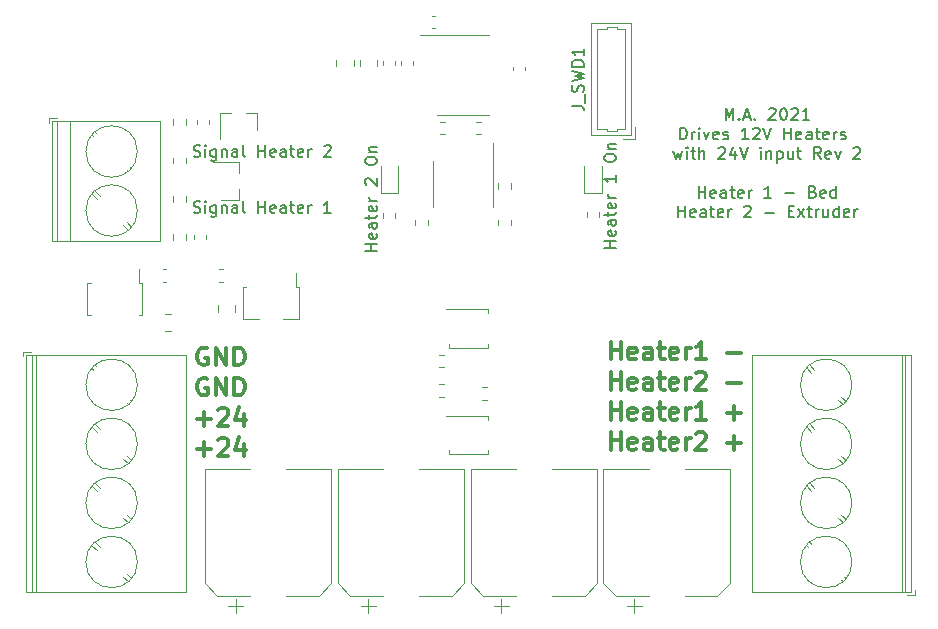
<source format=gbr>
%TF.GenerationSoftware,KiCad,Pcbnew,5.1.10-88a1d61d58~88~ubuntu20.04.1*%
%TF.CreationDate,2021-05-12T17:30:15+02:00*%
%TF.ProjectId,halfVoltageMosfetBoard,68616c66-566f-46c7-9461-67654d6f7366,rev?*%
%TF.SameCoordinates,Original*%
%TF.FileFunction,Legend,Top*%
%TF.FilePolarity,Positive*%
%FSLAX46Y46*%
G04 Gerber Fmt 4.6, Leading zero omitted, Abs format (unit mm)*
G04 Created by KiCad (PCBNEW 5.1.10-88a1d61d58~88~ubuntu20.04.1) date 2021-05-12 17:30:15*
%MOMM*%
%LPD*%
G01*
G04 APERTURE LIST*
%ADD10C,0.150000*%
%ADD11C,0.300000*%
%ADD12C,0.120000*%
G04 APERTURE END LIST*
D10*
X187226190Y-94577380D02*
X187226190Y-93577380D01*
X187559523Y-94291666D01*
X187892857Y-93577380D01*
X187892857Y-94577380D01*
X188369047Y-94482142D02*
X188416666Y-94529761D01*
X188369047Y-94577380D01*
X188321428Y-94529761D01*
X188369047Y-94482142D01*
X188369047Y-94577380D01*
X188797619Y-94291666D02*
X189273809Y-94291666D01*
X188702380Y-94577380D02*
X189035714Y-93577380D01*
X189369047Y-94577380D01*
X189702380Y-94482142D02*
X189750000Y-94529761D01*
X189702380Y-94577380D01*
X189654761Y-94529761D01*
X189702380Y-94482142D01*
X189702380Y-94577380D01*
X190892857Y-93672619D02*
X190940476Y-93625000D01*
X191035714Y-93577380D01*
X191273809Y-93577380D01*
X191369047Y-93625000D01*
X191416666Y-93672619D01*
X191464285Y-93767857D01*
X191464285Y-93863095D01*
X191416666Y-94005952D01*
X190845238Y-94577380D01*
X191464285Y-94577380D01*
X192083333Y-93577380D02*
X192178571Y-93577380D01*
X192273809Y-93625000D01*
X192321428Y-93672619D01*
X192369047Y-93767857D01*
X192416666Y-93958333D01*
X192416666Y-94196428D01*
X192369047Y-94386904D01*
X192321428Y-94482142D01*
X192273809Y-94529761D01*
X192178571Y-94577380D01*
X192083333Y-94577380D01*
X191988095Y-94529761D01*
X191940476Y-94482142D01*
X191892857Y-94386904D01*
X191845238Y-94196428D01*
X191845238Y-93958333D01*
X191892857Y-93767857D01*
X191940476Y-93672619D01*
X191988095Y-93625000D01*
X192083333Y-93577380D01*
X192797619Y-93672619D02*
X192845238Y-93625000D01*
X192940476Y-93577380D01*
X193178571Y-93577380D01*
X193273809Y-93625000D01*
X193321428Y-93672619D01*
X193369047Y-93767857D01*
X193369047Y-93863095D01*
X193321428Y-94005952D01*
X192750000Y-94577380D01*
X193369047Y-94577380D01*
X194321428Y-94577380D02*
X193750000Y-94577380D01*
X194035714Y-94577380D02*
X194035714Y-93577380D01*
X193940476Y-93720238D01*
X193845238Y-93815476D01*
X193750000Y-93863095D01*
X183369047Y-96227380D02*
X183369047Y-95227380D01*
X183607142Y-95227380D01*
X183750000Y-95275000D01*
X183845238Y-95370238D01*
X183892857Y-95465476D01*
X183940476Y-95655952D01*
X183940476Y-95798809D01*
X183892857Y-95989285D01*
X183845238Y-96084523D01*
X183750000Y-96179761D01*
X183607142Y-96227380D01*
X183369047Y-96227380D01*
X184369047Y-96227380D02*
X184369047Y-95560714D01*
X184369047Y-95751190D02*
X184416666Y-95655952D01*
X184464285Y-95608333D01*
X184559523Y-95560714D01*
X184654761Y-95560714D01*
X184988095Y-96227380D02*
X184988095Y-95560714D01*
X184988095Y-95227380D02*
X184940476Y-95275000D01*
X184988095Y-95322619D01*
X185035714Y-95275000D01*
X184988095Y-95227380D01*
X184988095Y-95322619D01*
X185369047Y-95560714D02*
X185607142Y-96227380D01*
X185845238Y-95560714D01*
X186607142Y-96179761D02*
X186511904Y-96227380D01*
X186321428Y-96227380D01*
X186226190Y-96179761D01*
X186178571Y-96084523D01*
X186178571Y-95703571D01*
X186226190Y-95608333D01*
X186321428Y-95560714D01*
X186511904Y-95560714D01*
X186607142Y-95608333D01*
X186654761Y-95703571D01*
X186654761Y-95798809D01*
X186178571Y-95894047D01*
X187035714Y-96179761D02*
X187130952Y-96227380D01*
X187321428Y-96227380D01*
X187416666Y-96179761D01*
X187464285Y-96084523D01*
X187464285Y-96036904D01*
X187416666Y-95941666D01*
X187321428Y-95894047D01*
X187178571Y-95894047D01*
X187083333Y-95846428D01*
X187035714Y-95751190D01*
X187035714Y-95703571D01*
X187083333Y-95608333D01*
X187178571Y-95560714D01*
X187321428Y-95560714D01*
X187416666Y-95608333D01*
X189178571Y-96227380D02*
X188607142Y-96227380D01*
X188892857Y-96227380D02*
X188892857Y-95227380D01*
X188797619Y-95370238D01*
X188702380Y-95465476D01*
X188607142Y-95513095D01*
X189559523Y-95322619D02*
X189607142Y-95275000D01*
X189702380Y-95227380D01*
X189940476Y-95227380D01*
X190035714Y-95275000D01*
X190083333Y-95322619D01*
X190130952Y-95417857D01*
X190130952Y-95513095D01*
X190083333Y-95655952D01*
X189511904Y-96227380D01*
X190130952Y-96227380D01*
X190416666Y-95227380D02*
X190750000Y-96227380D01*
X191083333Y-95227380D01*
X192178571Y-96227380D02*
X192178571Y-95227380D01*
X192178571Y-95703571D02*
X192750000Y-95703571D01*
X192750000Y-96227380D02*
X192750000Y-95227380D01*
X193607142Y-96179761D02*
X193511904Y-96227380D01*
X193321428Y-96227380D01*
X193226190Y-96179761D01*
X193178571Y-96084523D01*
X193178571Y-95703571D01*
X193226190Y-95608333D01*
X193321428Y-95560714D01*
X193511904Y-95560714D01*
X193607142Y-95608333D01*
X193654761Y-95703571D01*
X193654761Y-95798809D01*
X193178571Y-95894047D01*
X194511904Y-96227380D02*
X194511904Y-95703571D01*
X194464285Y-95608333D01*
X194369047Y-95560714D01*
X194178571Y-95560714D01*
X194083333Y-95608333D01*
X194511904Y-96179761D02*
X194416666Y-96227380D01*
X194178571Y-96227380D01*
X194083333Y-96179761D01*
X194035714Y-96084523D01*
X194035714Y-95989285D01*
X194083333Y-95894047D01*
X194178571Y-95846428D01*
X194416666Y-95846428D01*
X194511904Y-95798809D01*
X194845238Y-95560714D02*
X195226190Y-95560714D01*
X194988095Y-95227380D02*
X194988095Y-96084523D01*
X195035714Y-96179761D01*
X195130952Y-96227380D01*
X195226190Y-96227380D01*
X195940476Y-96179761D02*
X195845238Y-96227380D01*
X195654761Y-96227380D01*
X195559523Y-96179761D01*
X195511904Y-96084523D01*
X195511904Y-95703571D01*
X195559523Y-95608333D01*
X195654761Y-95560714D01*
X195845238Y-95560714D01*
X195940476Y-95608333D01*
X195988095Y-95703571D01*
X195988095Y-95798809D01*
X195511904Y-95894047D01*
X196416666Y-96227380D02*
X196416666Y-95560714D01*
X196416666Y-95751190D02*
X196464285Y-95655952D01*
X196511904Y-95608333D01*
X196607142Y-95560714D01*
X196702380Y-95560714D01*
X196988095Y-96179761D02*
X197083333Y-96227380D01*
X197273809Y-96227380D01*
X197369047Y-96179761D01*
X197416666Y-96084523D01*
X197416666Y-96036904D01*
X197369047Y-95941666D01*
X197273809Y-95894047D01*
X197130952Y-95894047D01*
X197035714Y-95846428D01*
X196988095Y-95751190D01*
X196988095Y-95703571D01*
X197035714Y-95608333D01*
X197130952Y-95560714D01*
X197273809Y-95560714D01*
X197369047Y-95608333D01*
X182821428Y-97210714D02*
X183011904Y-97877380D01*
X183202380Y-97401190D01*
X183392857Y-97877380D01*
X183583333Y-97210714D01*
X183964285Y-97877380D02*
X183964285Y-97210714D01*
X183964285Y-96877380D02*
X183916666Y-96925000D01*
X183964285Y-96972619D01*
X184011904Y-96925000D01*
X183964285Y-96877380D01*
X183964285Y-96972619D01*
X184297619Y-97210714D02*
X184678571Y-97210714D01*
X184440476Y-96877380D02*
X184440476Y-97734523D01*
X184488095Y-97829761D01*
X184583333Y-97877380D01*
X184678571Y-97877380D01*
X185011904Y-97877380D02*
X185011904Y-96877380D01*
X185440476Y-97877380D02*
X185440476Y-97353571D01*
X185392857Y-97258333D01*
X185297619Y-97210714D01*
X185154761Y-97210714D01*
X185059523Y-97258333D01*
X185011904Y-97305952D01*
X186630952Y-96972619D02*
X186678571Y-96925000D01*
X186773809Y-96877380D01*
X187011904Y-96877380D01*
X187107142Y-96925000D01*
X187154761Y-96972619D01*
X187202380Y-97067857D01*
X187202380Y-97163095D01*
X187154761Y-97305952D01*
X186583333Y-97877380D01*
X187202380Y-97877380D01*
X188059523Y-97210714D02*
X188059523Y-97877380D01*
X187821428Y-96829761D02*
X187583333Y-97544047D01*
X188202380Y-97544047D01*
X188440476Y-96877380D02*
X188773809Y-97877380D01*
X189107142Y-96877380D01*
X190202380Y-97877380D02*
X190202380Y-97210714D01*
X190202380Y-96877380D02*
X190154761Y-96925000D01*
X190202380Y-96972619D01*
X190250000Y-96925000D01*
X190202380Y-96877380D01*
X190202380Y-96972619D01*
X190678571Y-97210714D02*
X190678571Y-97877380D01*
X190678571Y-97305952D02*
X190726190Y-97258333D01*
X190821428Y-97210714D01*
X190964285Y-97210714D01*
X191059523Y-97258333D01*
X191107142Y-97353571D01*
X191107142Y-97877380D01*
X191583333Y-97210714D02*
X191583333Y-98210714D01*
X191583333Y-97258333D02*
X191678571Y-97210714D01*
X191869047Y-97210714D01*
X191964285Y-97258333D01*
X192011904Y-97305952D01*
X192059523Y-97401190D01*
X192059523Y-97686904D01*
X192011904Y-97782142D01*
X191964285Y-97829761D01*
X191869047Y-97877380D01*
X191678571Y-97877380D01*
X191583333Y-97829761D01*
X192916666Y-97210714D02*
X192916666Y-97877380D01*
X192488095Y-97210714D02*
X192488095Y-97734523D01*
X192535714Y-97829761D01*
X192630952Y-97877380D01*
X192773809Y-97877380D01*
X192869047Y-97829761D01*
X192916666Y-97782142D01*
X193250000Y-97210714D02*
X193630952Y-97210714D01*
X193392857Y-96877380D02*
X193392857Y-97734523D01*
X193440476Y-97829761D01*
X193535714Y-97877380D01*
X193630952Y-97877380D01*
X195297619Y-97877380D02*
X194964285Y-97401190D01*
X194726190Y-97877380D02*
X194726190Y-96877380D01*
X195107142Y-96877380D01*
X195202380Y-96925000D01*
X195250000Y-96972619D01*
X195297619Y-97067857D01*
X195297619Y-97210714D01*
X195250000Y-97305952D01*
X195202380Y-97353571D01*
X195107142Y-97401190D01*
X194726190Y-97401190D01*
X196107142Y-97829761D02*
X196011904Y-97877380D01*
X195821428Y-97877380D01*
X195726190Y-97829761D01*
X195678571Y-97734523D01*
X195678571Y-97353571D01*
X195726190Y-97258333D01*
X195821428Y-97210714D01*
X196011904Y-97210714D01*
X196107142Y-97258333D01*
X196154761Y-97353571D01*
X196154761Y-97448809D01*
X195678571Y-97544047D01*
X196488095Y-97210714D02*
X196726190Y-97877380D01*
X196964285Y-97210714D01*
X198059523Y-96972619D02*
X198107142Y-96925000D01*
X198202380Y-96877380D01*
X198440476Y-96877380D01*
X198535714Y-96925000D01*
X198583333Y-96972619D01*
X198630952Y-97067857D01*
X198630952Y-97163095D01*
X198583333Y-97305952D01*
X198011904Y-97877380D01*
X198630952Y-97877380D01*
X184940476Y-101177380D02*
X184940476Y-100177380D01*
X184940476Y-100653571D02*
X185511904Y-100653571D01*
X185511904Y-101177380D02*
X185511904Y-100177380D01*
X186369047Y-101129761D02*
X186273809Y-101177380D01*
X186083333Y-101177380D01*
X185988095Y-101129761D01*
X185940476Y-101034523D01*
X185940476Y-100653571D01*
X185988095Y-100558333D01*
X186083333Y-100510714D01*
X186273809Y-100510714D01*
X186369047Y-100558333D01*
X186416666Y-100653571D01*
X186416666Y-100748809D01*
X185940476Y-100844047D01*
X187273809Y-101177380D02*
X187273809Y-100653571D01*
X187226190Y-100558333D01*
X187130952Y-100510714D01*
X186940476Y-100510714D01*
X186845238Y-100558333D01*
X187273809Y-101129761D02*
X187178571Y-101177380D01*
X186940476Y-101177380D01*
X186845238Y-101129761D01*
X186797619Y-101034523D01*
X186797619Y-100939285D01*
X186845238Y-100844047D01*
X186940476Y-100796428D01*
X187178571Y-100796428D01*
X187273809Y-100748809D01*
X187607142Y-100510714D02*
X187988095Y-100510714D01*
X187750000Y-100177380D02*
X187750000Y-101034523D01*
X187797619Y-101129761D01*
X187892857Y-101177380D01*
X187988095Y-101177380D01*
X188702380Y-101129761D02*
X188607142Y-101177380D01*
X188416666Y-101177380D01*
X188321428Y-101129761D01*
X188273809Y-101034523D01*
X188273809Y-100653571D01*
X188321428Y-100558333D01*
X188416666Y-100510714D01*
X188607142Y-100510714D01*
X188702380Y-100558333D01*
X188750000Y-100653571D01*
X188750000Y-100748809D01*
X188273809Y-100844047D01*
X189178571Y-101177380D02*
X189178571Y-100510714D01*
X189178571Y-100701190D02*
X189226190Y-100605952D01*
X189273809Y-100558333D01*
X189369047Y-100510714D01*
X189464285Y-100510714D01*
X191083333Y-101177380D02*
X190511904Y-101177380D01*
X190797619Y-101177380D02*
X190797619Y-100177380D01*
X190702380Y-100320238D01*
X190607142Y-100415476D01*
X190511904Y-100463095D01*
X192273809Y-100796428D02*
X193035714Y-100796428D01*
X194607142Y-100653571D02*
X194750000Y-100701190D01*
X194797619Y-100748809D01*
X194845238Y-100844047D01*
X194845238Y-100986904D01*
X194797619Y-101082142D01*
X194750000Y-101129761D01*
X194654761Y-101177380D01*
X194273809Y-101177380D01*
X194273809Y-100177380D01*
X194607142Y-100177380D01*
X194702380Y-100225000D01*
X194750000Y-100272619D01*
X194797619Y-100367857D01*
X194797619Y-100463095D01*
X194750000Y-100558333D01*
X194702380Y-100605952D01*
X194607142Y-100653571D01*
X194273809Y-100653571D01*
X195654761Y-101129761D02*
X195559523Y-101177380D01*
X195369047Y-101177380D01*
X195273809Y-101129761D01*
X195226190Y-101034523D01*
X195226190Y-100653571D01*
X195273809Y-100558333D01*
X195369047Y-100510714D01*
X195559523Y-100510714D01*
X195654761Y-100558333D01*
X195702380Y-100653571D01*
X195702380Y-100748809D01*
X195226190Y-100844047D01*
X196559523Y-101177380D02*
X196559523Y-100177380D01*
X196559523Y-101129761D02*
X196464285Y-101177380D01*
X196273809Y-101177380D01*
X196178571Y-101129761D01*
X196130952Y-101082142D01*
X196083333Y-100986904D01*
X196083333Y-100701190D01*
X196130952Y-100605952D01*
X196178571Y-100558333D01*
X196273809Y-100510714D01*
X196464285Y-100510714D01*
X196559523Y-100558333D01*
X183226190Y-102827380D02*
X183226190Y-101827380D01*
X183226190Y-102303571D02*
X183797619Y-102303571D01*
X183797619Y-102827380D02*
X183797619Y-101827380D01*
X184654761Y-102779761D02*
X184559523Y-102827380D01*
X184369047Y-102827380D01*
X184273809Y-102779761D01*
X184226190Y-102684523D01*
X184226190Y-102303571D01*
X184273809Y-102208333D01*
X184369047Y-102160714D01*
X184559523Y-102160714D01*
X184654761Y-102208333D01*
X184702380Y-102303571D01*
X184702380Y-102398809D01*
X184226190Y-102494047D01*
X185559523Y-102827380D02*
X185559523Y-102303571D01*
X185511904Y-102208333D01*
X185416666Y-102160714D01*
X185226190Y-102160714D01*
X185130952Y-102208333D01*
X185559523Y-102779761D02*
X185464285Y-102827380D01*
X185226190Y-102827380D01*
X185130952Y-102779761D01*
X185083333Y-102684523D01*
X185083333Y-102589285D01*
X185130952Y-102494047D01*
X185226190Y-102446428D01*
X185464285Y-102446428D01*
X185559523Y-102398809D01*
X185892857Y-102160714D02*
X186273809Y-102160714D01*
X186035714Y-101827380D02*
X186035714Y-102684523D01*
X186083333Y-102779761D01*
X186178571Y-102827380D01*
X186273809Y-102827380D01*
X186988095Y-102779761D02*
X186892857Y-102827380D01*
X186702380Y-102827380D01*
X186607142Y-102779761D01*
X186559523Y-102684523D01*
X186559523Y-102303571D01*
X186607142Y-102208333D01*
X186702380Y-102160714D01*
X186892857Y-102160714D01*
X186988095Y-102208333D01*
X187035714Y-102303571D01*
X187035714Y-102398809D01*
X186559523Y-102494047D01*
X187464285Y-102827380D02*
X187464285Y-102160714D01*
X187464285Y-102351190D02*
X187511904Y-102255952D01*
X187559523Y-102208333D01*
X187654761Y-102160714D01*
X187749999Y-102160714D01*
X188797619Y-101922619D02*
X188845238Y-101875000D01*
X188940476Y-101827380D01*
X189178571Y-101827380D01*
X189273809Y-101875000D01*
X189321428Y-101922619D01*
X189369047Y-102017857D01*
X189369047Y-102113095D01*
X189321428Y-102255952D01*
X188750000Y-102827380D01*
X189369047Y-102827380D01*
X190559523Y-102446428D02*
X191321428Y-102446428D01*
X192559523Y-102303571D02*
X192892857Y-102303571D01*
X193035714Y-102827380D02*
X192559523Y-102827380D01*
X192559523Y-101827380D01*
X193035714Y-101827380D01*
X193369047Y-102827380D02*
X193892857Y-102160714D01*
X193369047Y-102160714D02*
X193892857Y-102827380D01*
X194130952Y-102160714D02*
X194511904Y-102160714D01*
X194273809Y-101827380D02*
X194273809Y-102684523D01*
X194321428Y-102779761D01*
X194416666Y-102827380D01*
X194511904Y-102827380D01*
X194845238Y-102827380D02*
X194845238Y-102160714D01*
X194845238Y-102351190D02*
X194892857Y-102255952D01*
X194940476Y-102208333D01*
X195035714Y-102160714D01*
X195130952Y-102160714D01*
X195892857Y-102160714D02*
X195892857Y-102827380D01*
X195464285Y-102160714D02*
X195464285Y-102684523D01*
X195511904Y-102779761D01*
X195607142Y-102827380D01*
X195750000Y-102827380D01*
X195845238Y-102779761D01*
X195892857Y-102732142D01*
X196797619Y-102827380D02*
X196797619Y-101827380D01*
X196797619Y-102779761D02*
X196702380Y-102827380D01*
X196511904Y-102827380D01*
X196416666Y-102779761D01*
X196369047Y-102732142D01*
X196321428Y-102636904D01*
X196321428Y-102351190D01*
X196369047Y-102255952D01*
X196416666Y-102208333D01*
X196511904Y-102160714D01*
X196702380Y-102160714D01*
X196797619Y-102208333D01*
X197654761Y-102779761D02*
X197559523Y-102827380D01*
X197369047Y-102827380D01*
X197273809Y-102779761D01*
X197226190Y-102684523D01*
X197226190Y-102303571D01*
X197273809Y-102208333D01*
X197369047Y-102160714D01*
X197559523Y-102160714D01*
X197654761Y-102208333D01*
X197702380Y-102303571D01*
X197702380Y-102398809D01*
X197226190Y-102494047D01*
X198130952Y-102827380D02*
X198130952Y-102160714D01*
X198130952Y-102351190D02*
X198178571Y-102255952D01*
X198226190Y-102208333D01*
X198321428Y-102160714D01*
X198416666Y-102160714D01*
X142190476Y-102404761D02*
X142333333Y-102452380D01*
X142571428Y-102452380D01*
X142666666Y-102404761D01*
X142714285Y-102357142D01*
X142761904Y-102261904D01*
X142761904Y-102166666D01*
X142714285Y-102071428D01*
X142666666Y-102023809D01*
X142571428Y-101976190D01*
X142380952Y-101928571D01*
X142285714Y-101880952D01*
X142238095Y-101833333D01*
X142190476Y-101738095D01*
X142190476Y-101642857D01*
X142238095Y-101547619D01*
X142285714Y-101500000D01*
X142380952Y-101452380D01*
X142619047Y-101452380D01*
X142761904Y-101500000D01*
X143190476Y-102452380D02*
X143190476Y-101785714D01*
X143190476Y-101452380D02*
X143142857Y-101500000D01*
X143190476Y-101547619D01*
X143238095Y-101500000D01*
X143190476Y-101452380D01*
X143190476Y-101547619D01*
X144095238Y-101785714D02*
X144095238Y-102595238D01*
X144047619Y-102690476D01*
X144000000Y-102738095D01*
X143904761Y-102785714D01*
X143761904Y-102785714D01*
X143666666Y-102738095D01*
X144095238Y-102404761D02*
X144000000Y-102452380D01*
X143809523Y-102452380D01*
X143714285Y-102404761D01*
X143666666Y-102357142D01*
X143619047Y-102261904D01*
X143619047Y-101976190D01*
X143666666Y-101880952D01*
X143714285Y-101833333D01*
X143809523Y-101785714D01*
X144000000Y-101785714D01*
X144095238Y-101833333D01*
X144571428Y-101785714D02*
X144571428Y-102452380D01*
X144571428Y-101880952D02*
X144619047Y-101833333D01*
X144714285Y-101785714D01*
X144857142Y-101785714D01*
X144952380Y-101833333D01*
X145000000Y-101928571D01*
X145000000Y-102452380D01*
X145904761Y-102452380D02*
X145904761Y-101928571D01*
X145857142Y-101833333D01*
X145761904Y-101785714D01*
X145571428Y-101785714D01*
X145476190Y-101833333D01*
X145904761Y-102404761D02*
X145809523Y-102452380D01*
X145571428Y-102452380D01*
X145476190Y-102404761D01*
X145428571Y-102309523D01*
X145428571Y-102214285D01*
X145476190Y-102119047D01*
X145571428Y-102071428D01*
X145809523Y-102071428D01*
X145904761Y-102023809D01*
X146523809Y-102452380D02*
X146428571Y-102404761D01*
X146380952Y-102309523D01*
X146380952Y-101452380D01*
X147666666Y-102452380D02*
X147666666Y-101452380D01*
X147666666Y-101928571D02*
X148238095Y-101928571D01*
X148238095Y-102452380D02*
X148238095Y-101452380D01*
X149095238Y-102404761D02*
X149000000Y-102452380D01*
X148809523Y-102452380D01*
X148714285Y-102404761D01*
X148666666Y-102309523D01*
X148666666Y-101928571D01*
X148714285Y-101833333D01*
X148809523Y-101785714D01*
X149000000Y-101785714D01*
X149095238Y-101833333D01*
X149142857Y-101928571D01*
X149142857Y-102023809D01*
X148666666Y-102119047D01*
X150000000Y-102452380D02*
X150000000Y-101928571D01*
X149952380Y-101833333D01*
X149857142Y-101785714D01*
X149666666Y-101785714D01*
X149571428Y-101833333D01*
X150000000Y-102404761D02*
X149904761Y-102452380D01*
X149666666Y-102452380D01*
X149571428Y-102404761D01*
X149523809Y-102309523D01*
X149523809Y-102214285D01*
X149571428Y-102119047D01*
X149666666Y-102071428D01*
X149904761Y-102071428D01*
X150000000Y-102023809D01*
X150333333Y-101785714D02*
X150714285Y-101785714D01*
X150476190Y-101452380D02*
X150476190Y-102309523D01*
X150523809Y-102404761D01*
X150619047Y-102452380D01*
X150714285Y-102452380D01*
X151428571Y-102404761D02*
X151333333Y-102452380D01*
X151142857Y-102452380D01*
X151047619Y-102404761D01*
X151000000Y-102309523D01*
X151000000Y-101928571D01*
X151047619Y-101833333D01*
X151142857Y-101785714D01*
X151333333Y-101785714D01*
X151428571Y-101833333D01*
X151476190Y-101928571D01*
X151476190Y-102023809D01*
X151000000Y-102119047D01*
X151904761Y-102452380D02*
X151904761Y-101785714D01*
X151904761Y-101976190D02*
X151952380Y-101880952D01*
X152000000Y-101833333D01*
X152095238Y-101785714D01*
X152190476Y-101785714D01*
X153809523Y-102452380D02*
X153238095Y-102452380D01*
X153523809Y-102452380D02*
X153523809Y-101452380D01*
X153428571Y-101595238D01*
X153333333Y-101690476D01*
X153238095Y-101738095D01*
X142190476Y-97654761D02*
X142333333Y-97702380D01*
X142571428Y-97702380D01*
X142666666Y-97654761D01*
X142714285Y-97607142D01*
X142761904Y-97511904D01*
X142761904Y-97416666D01*
X142714285Y-97321428D01*
X142666666Y-97273809D01*
X142571428Y-97226190D01*
X142380952Y-97178571D01*
X142285714Y-97130952D01*
X142238095Y-97083333D01*
X142190476Y-96988095D01*
X142190476Y-96892857D01*
X142238095Y-96797619D01*
X142285714Y-96750000D01*
X142380952Y-96702380D01*
X142619047Y-96702380D01*
X142761904Y-96750000D01*
X143190476Y-97702380D02*
X143190476Y-97035714D01*
X143190476Y-96702380D02*
X143142857Y-96750000D01*
X143190476Y-96797619D01*
X143238095Y-96750000D01*
X143190476Y-96702380D01*
X143190476Y-96797619D01*
X144095238Y-97035714D02*
X144095238Y-97845238D01*
X144047619Y-97940476D01*
X144000000Y-97988095D01*
X143904761Y-98035714D01*
X143761904Y-98035714D01*
X143666666Y-97988095D01*
X144095238Y-97654761D02*
X144000000Y-97702380D01*
X143809523Y-97702380D01*
X143714285Y-97654761D01*
X143666666Y-97607142D01*
X143619047Y-97511904D01*
X143619047Y-97226190D01*
X143666666Y-97130952D01*
X143714285Y-97083333D01*
X143809523Y-97035714D01*
X144000000Y-97035714D01*
X144095238Y-97083333D01*
X144571428Y-97035714D02*
X144571428Y-97702380D01*
X144571428Y-97130952D02*
X144619047Y-97083333D01*
X144714285Y-97035714D01*
X144857142Y-97035714D01*
X144952380Y-97083333D01*
X145000000Y-97178571D01*
X145000000Y-97702380D01*
X145904761Y-97702380D02*
X145904761Y-97178571D01*
X145857142Y-97083333D01*
X145761904Y-97035714D01*
X145571428Y-97035714D01*
X145476190Y-97083333D01*
X145904761Y-97654761D02*
X145809523Y-97702380D01*
X145571428Y-97702380D01*
X145476190Y-97654761D01*
X145428571Y-97559523D01*
X145428571Y-97464285D01*
X145476190Y-97369047D01*
X145571428Y-97321428D01*
X145809523Y-97321428D01*
X145904761Y-97273809D01*
X146523809Y-97702380D02*
X146428571Y-97654761D01*
X146380952Y-97559523D01*
X146380952Y-96702380D01*
X147666666Y-97702380D02*
X147666666Y-96702380D01*
X147666666Y-97178571D02*
X148238095Y-97178571D01*
X148238095Y-97702380D02*
X148238095Y-96702380D01*
X149095238Y-97654761D02*
X149000000Y-97702380D01*
X148809523Y-97702380D01*
X148714285Y-97654761D01*
X148666666Y-97559523D01*
X148666666Y-97178571D01*
X148714285Y-97083333D01*
X148809523Y-97035714D01*
X149000000Y-97035714D01*
X149095238Y-97083333D01*
X149142857Y-97178571D01*
X149142857Y-97273809D01*
X148666666Y-97369047D01*
X150000000Y-97702380D02*
X150000000Y-97178571D01*
X149952380Y-97083333D01*
X149857142Y-97035714D01*
X149666666Y-97035714D01*
X149571428Y-97083333D01*
X150000000Y-97654761D02*
X149904761Y-97702380D01*
X149666666Y-97702380D01*
X149571428Y-97654761D01*
X149523809Y-97559523D01*
X149523809Y-97464285D01*
X149571428Y-97369047D01*
X149666666Y-97321428D01*
X149904761Y-97321428D01*
X150000000Y-97273809D01*
X150333333Y-97035714D02*
X150714285Y-97035714D01*
X150476190Y-96702380D02*
X150476190Y-97559523D01*
X150523809Y-97654761D01*
X150619047Y-97702380D01*
X150714285Y-97702380D01*
X151428571Y-97654761D02*
X151333333Y-97702380D01*
X151142857Y-97702380D01*
X151047619Y-97654761D01*
X151000000Y-97559523D01*
X151000000Y-97178571D01*
X151047619Y-97083333D01*
X151142857Y-97035714D01*
X151333333Y-97035714D01*
X151428571Y-97083333D01*
X151476190Y-97178571D01*
X151476190Y-97273809D01*
X151000000Y-97369047D01*
X151904761Y-97702380D02*
X151904761Y-97035714D01*
X151904761Y-97226190D02*
X151952380Y-97130952D01*
X152000000Y-97083333D01*
X152095238Y-97035714D01*
X152190476Y-97035714D01*
X153238095Y-96797619D02*
X153285714Y-96750000D01*
X153380952Y-96702380D01*
X153619047Y-96702380D01*
X153714285Y-96750000D01*
X153761904Y-96797619D01*
X153809523Y-96892857D01*
X153809523Y-96988095D01*
X153761904Y-97130952D01*
X153190476Y-97702380D01*
X153809523Y-97702380D01*
X177952380Y-105404761D02*
X176952380Y-105404761D01*
X177428571Y-105404761D02*
X177428571Y-104833333D01*
X177952380Y-104833333D02*
X176952380Y-104833333D01*
X177904761Y-103976190D02*
X177952380Y-104071428D01*
X177952380Y-104261904D01*
X177904761Y-104357142D01*
X177809523Y-104404761D01*
X177428571Y-104404761D01*
X177333333Y-104357142D01*
X177285714Y-104261904D01*
X177285714Y-104071428D01*
X177333333Y-103976190D01*
X177428571Y-103928571D01*
X177523809Y-103928571D01*
X177619047Y-104404761D01*
X177952380Y-103071428D02*
X177428571Y-103071428D01*
X177333333Y-103119047D01*
X177285714Y-103214285D01*
X177285714Y-103404761D01*
X177333333Y-103500000D01*
X177904761Y-103071428D02*
X177952380Y-103166666D01*
X177952380Y-103404761D01*
X177904761Y-103500000D01*
X177809523Y-103547619D01*
X177714285Y-103547619D01*
X177619047Y-103500000D01*
X177571428Y-103404761D01*
X177571428Y-103166666D01*
X177523809Y-103071428D01*
X177285714Y-102738095D02*
X177285714Y-102357142D01*
X176952380Y-102595238D02*
X177809523Y-102595238D01*
X177904761Y-102547619D01*
X177952380Y-102452380D01*
X177952380Y-102357142D01*
X177904761Y-101642857D02*
X177952380Y-101738095D01*
X177952380Y-101928571D01*
X177904761Y-102023809D01*
X177809523Y-102071428D01*
X177428571Y-102071428D01*
X177333333Y-102023809D01*
X177285714Y-101928571D01*
X177285714Y-101738095D01*
X177333333Y-101642857D01*
X177428571Y-101595238D01*
X177523809Y-101595238D01*
X177619047Y-102071428D01*
X177952380Y-101166666D02*
X177285714Y-101166666D01*
X177476190Y-101166666D02*
X177380952Y-101119047D01*
X177333333Y-101071428D01*
X177285714Y-100976190D01*
X177285714Y-100880952D01*
X177952380Y-99261904D02*
X177952380Y-99833333D01*
X177952380Y-99547619D02*
X176952380Y-99547619D01*
X177095238Y-99642857D01*
X177190476Y-99738095D01*
X177238095Y-99833333D01*
X176952380Y-97880952D02*
X176952380Y-97690476D01*
X177000000Y-97595238D01*
X177095238Y-97500000D01*
X177285714Y-97452380D01*
X177619047Y-97452380D01*
X177809523Y-97500000D01*
X177904761Y-97595238D01*
X177952380Y-97690476D01*
X177952380Y-97880952D01*
X177904761Y-97976190D01*
X177809523Y-98071428D01*
X177619047Y-98119047D01*
X177285714Y-98119047D01*
X177095238Y-98071428D01*
X177000000Y-97976190D01*
X176952380Y-97880952D01*
X177285714Y-97023809D02*
X177952380Y-97023809D01*
X177380952Y-97023809D02*
X177333333Y-96976190D01*
X177285714Y-96880952D01*
X177285714Y-96738095D01*
X177333333Y-96642857D01*
X177428571Y-96595238D01*
X177952380Y-96595238D01*
X157702380Y-105654761D02*
X156702380Y-105654761D01*
X157178571Y-105654761D02*
X157178571Y-105083333D01*
X157702380Y-105083333D02*
X156702380Y-105083333D01*
X157654761Y-104226190D02*
X157702380Y-104321428D01*
X157702380Y-104511904D01*
X157654761Y-104607142D01*
X157559523Y-104654761D01*
X157178571Y-104654761D01*
X157083333Y-104607142D01*
X157035714Y-104511904D01*
X157035714Y-104321428D01*
X157083333Y-104226190D01*
X157178571Y-104178571D01*
X157273809Y-104178571D01*
X157369047Y-104654761D01*
X157702380Y-103321428D02*
X157178571Y-103321428D01*
X157083333Y-103369047D01*
X157035714Y-103464285D01*
X157035714Y-103654761D01*
X157083333Y-103750000D01*
X157654761Y-103321428D02*
X157702380Y-103416666D01*
X157702380Y-103654761D01*
X157654761Y-103750000D01*
X157559523Y-103797619D01*
X157464285Y-103797619D01*
X157369047Y-103750000D01*
X157321428Y-103654761D01*
X157321428Y-103416666D01*
X157273809Y-103321428D01*
X157035714Y-102988095D02*
X157035714Y-102607142D01*
X156702380Y-102845238D02*
X157559523Y-102845238D01*
X157654761Y-102797619D01*
X157702380Y-102702380D01*
X157702380Y-102607142D01*
X157654761Y-101892857D02*
X157702380Y-101988095D01*
X157702380Y-102178571D01*
X157654761Y-102273809D01*
X157559523Y-102321428D01*
X157178571Y-102321428D01*
X157083333Y-102273809D01*
X157035714Y-102178571D01*
X157035714Y-101988095D01*
X157083333Y-101892857D01*
X157178571Y-101845238D01*
X157273809Y-101845238D01*
X157369047Y-102321428D01*
X157702380Y-101416666D02*
X157035714Y-101416666D01*
X157226190Y-101416666D02*
X157130952Y-101369047D01*
X157083333Y-101321428D01*
X157035714Y-101226190D01*
X157035714Y-101130952D01*
X156797619Y-100083333D02*
X156750000Y-100035714D01*
X156702380Y-99940476D01*
X156702380Y-99702380D01*
X156750000Y-99607142D01*
X156797619Y-99559523D01*
X156892857Y-99511904D01*
X156988095Y-99511904D01*
X157130952Y-99559523D01*
X157702380Y-100130952D01*
X157702380Y-99511904D01*
X156702380Y-98130952D02*
X156702380Y-97940476D01*
X156750000Y-97845238D01*
X156845238Y-97750000D01*
X157035714Y-97702380D01*
X157369047Y-97702380D01*
X157559523Y-97750000D01*
X157654761Y-97845238D01*
X157702380Y-97940476D01*
X157702380Y-98130952D01*
X157654761Y-98226190D01*
X157559523Y-98321428D01*
X157369047Y-98369047D01*
X157035714Y-98369047D01*
X156845238Y-98321428D01*
X156750000Y-98226190D01*
X156702380Y-98130952D01*
X157035714Y-97273809D02*
X157702380Y-97273809D01*
X157130952Y-97273809D02*
X157083333Y-97226190D01*
X157035714Y-97130952D01*
X157035714Y-96988095D01*
X157083333Y-96892857D01*
X157178571Y-96845238D01*
X157702380Y-96845238D01*
D11*
X143357142Y-113925000D02*
X143214285Y-113853571D01*
X143000000Y-113853571D01*
X142785714Y-113925000D01*
X142642857Y-114067857D01*
X142571428Y-114210714D01*
X142500000Y-114496428D01*
X142500000Y-114710714D01*
X142571428Y-114996428D01*
X142642857Y-115139285D01*
X142785714Y-115282142D01*
X143000000Y-115353571D01*
X143142857Y-115353571D01*
X143357142Y-115282142D01*
X143428571Y-115210714D01*
X143428571Y-114710714D01*
X143142857Y-114710714D01*
X144071428Y-115353571D02*
X144071428Y-113853571D01*
X144928571Y-115353571D01*
X144928571Y-113853571D01*
X145642857Y-115353571D02*
X145642857Y-113853571D01*
X146000000Y-113853571D01*
X146214285Y-113925000D01*
X146357142Y-114067857D01*
X146428571Y-114210714D01*
X146500000Y-114496428D01*
X146500000Y-114710714D01*
X146428571Y-114996428D01*
X146357142Y-115139285D01*
X146214285Y-115282142D01*
X146000000Y-115353571D01*
X145642857Y-115353571D01*
X143357142Y-116475000D02*
X143214285Y-116403571D01*
X143000000Y-116403571D01*
X142785714Y-116475000D01*
X142642857Y-116617857D01*
X142571428Y-116760714D01*
X142500000Y-117046428D01*
X142500000Y-117260714D01*
X142571428Y-117546428D01*
X142642857Y-117689285D01*
X142785714Y-117832142D01*
X143000000Y-117903571D01*
X143142857Y-117903571D01*
X143357142Y-117832142D01*
X143428571Y-117760714D01*
X143428571Y-117260714D01*
X143142857Y-117260714D01*
X144071428Y-117903571D02*
X144071428Y-116403571D01*
X144928571Y-117903571D01*
X144928571Y-116403571D01*
X145642857Y-117903571D02*
X145642857Y-116403571D01*
X146000000Y-116403571D01*
X146214285Y-116475000D01*
X146357142Y-116617857D01*
X146428571Y-116760714D01*
X146500000Y-117046428D01*
X146500000Y-117260714D01*
X146428571Y-117546428D01*
X146357142Y-117689285D01*
X146214285Y-117832142D01*
X146000000Y-117903571D01*
X145642857Y-117903571D01*
X142500000Y-119882142D02*
X143642857Y-119882142D01*
X143071428Y-120453571D02*
X143071428Y-119310714D01*
X144285714Y-119096428D02*
X144357142Y-119025000D01*
X144500000Y-118953571D01*
X144857142Y-118953571D01*
X145000000Y-119025000D01*
X145071428Y-119096428D01*
X145142857Y-119239285D01*
X145142857Y-119382142D01*
X145071428Y-119596428D01*
X144214285Y-120453571D01*
X145142857Y-120453571D01*
X146428571Y-119453571D02*
X146428571Y-120453571D01*
X146071428Y-118882142D02*
X145714285Y-119953571D01*
X146642857Y-119953571D01*
X142500000Y-122432142D02*
X143642857Y-122432142D01*
X143071428Y-123003571D02*
X143071428Y-121860714D01*
X144285714Y-121646428D02*
X144357142Y-121575000D01*
X144500000Y-121503571D01*
X144857142Y-121503571D01*
X145000000Y-121575000D01*
X145071428Y-121646428D01*
X145142857Y-121789285D01*
X145142857Y-121932142D01*
X145071428Y-122146428D01*
X144214285Y-123003571D01*
X145142857Y-123003571D01*
X146428571Y-122003571D02*
X146428571Y-123003571D01*
X146071428Y-121432142D02*
X145714285Y-122503571D01*
X146642857Y-122503571D01*
X177500000Y-114853571D02*
X177500000Y-113353571D01*
X177500000Y-114067857D02*
X178357142Y-114067857D01*
X178357142Y-114853571D02*
X178357142Y-113353571D01*
X179642857Y-114782142D02*
X179500000Y-114853571D01*
X179214285Y-114853571D01*
X179071428Y-114782142D01*
X179000000Y-114639285D01*
X179000000Y-114067857D01*
X179071428Y-113925000D01*
X179214285Y-113853571D01*
X179500000Y-113853571D01*
X179642857Y-113925000D01*
X179714285Y-114067857D01*
X179714285Y-114210714D01*
X179000000Y-114353571D01*
X181000000Y-114853571D02*
X181000000Y-114067857D01*
X180928571Y-113925000D01*
X180785714Y-113853571D01*
X180500000Y-113853571D01*
X180357142Y-113925000D01*
X181000000Y-114782142D02*
X180857142Y-114853571D01*
X180500000Y-114853571D01*
X180357142Y-114782142D01*
X180285714Y-114639285D01*
X180285714Y-114496428D01*
X180357142Y-114353571D01*
X180500000Y-114282142D01*
X180857142Y-114282142D01*
X181000000Y-114210714D01*
X181500000Y-113853571D02*
X182071428Y-113853571D01*
X181714285Y-113353571D02*
X181714285Y-114639285D01*
X181785714Y-114782142D01*
X181928571Y-114853571D01*
X182071428Y-114853571D01*
X183142857Y-114782142D02*
X183000000Y-114853571D01*
X182714285Y-114853571D01*
X182571428Y-114782142D01*
X182500000Y-114639285D01*
X182500000Y-114067857D01*
X182571428Y-113925000D01*
X182714285Y-113853571D01*
X183000000Y-113853571D01*
X183142857Y-113925000D01*
X183214285Y-114067857D01*
X183214285Y-114210714D01*
X182500000Y-114353571D01*
X183857142Y-114853571D02*
X183857142Y-113853571D01*
X183857142Y-114139285D02*
X183928571Y-113996428D01*
X184000000Y-113925000D01*
X184142857Y-113853571D01*
X184285714Y-113853571D01*
X185571428Y-114853571D02*
X184714285Y-114853571D01*
X185142857Y-114853571D02*
X185142857Y-113353571D01*
X185000000Y-113567857D01*
X184857142Y-113710714D01*
X184714285Y-113782142D01*
X187357142Y-114282142D02*
X188500000Y-114282142D01*
X177500000Y-117403571D02*
X177500000Y-115903571D01*
X177500000Y-116617857D02*
X178357142Y-116617857D01*
X178357142Y-117403571D02*
X178357142Y-115903571D01*
X179642857Y-117332142D02*
X179500000Y-117403571D01*
X179214285Y-117403571D01*
X179071428Y-117332142D01*
X179000000Y-117189285D01*
X179000000Y-116617857D01*
X179071428Y-116475000D01*
X179214285Y-116403571D01*
X179500000Y-116403571D01*
X179642857Y-116475000D01*
X179714285Y-116617857D01*
X179714285Y-116760714D01*
X179000000Y-116903571D01*
X181000000Y-117403571D02*
X181000000Y-116617857D01*
X180928571Y-116475000D01*
X180785714Y-116403571D01*
X180500000Y-116403571D01*
X180357142Y-116475000D01*
X181000000Y-117332142D02*
X180857142Y-117403571D01*
X180500000Y-117403571D01*
X180357142Y-117332142D01*
X180285714Y-117189285D01*
X180285714Y-117046428D01*
X180357142Y-116903571D01*
X180500000Y-116832142D01*
X180857142Y-116832142D01*
X181000000Y-116760714D01*
X181500000Y-116403571D02*
X182071428Y-116403571D01*
X181714285Y-115903571D02*
X181714285Y-117189285D01*
X181785714Y-117332142D01*
X181928571Y-117403571D01*
X182071428Y-117403571D01*
X183142857Y-117332142D02*
X183000000Y-117403571D01*
X182714285Y-117403571D01*
X182571428Y-117332142D01*
X182500000Y-117189285D01*
X182500000Y-116617857D01*
X182571428Y-116475000D01*
X182714285Y-116403571D01*
X183000000Y-116403571D01*
X183142857Y-116475000D01*
X183214285Y-116617857D01*
X183214285Y-116760714D01*
X182500000Y-116903571D01*
X183857142Y-117403571D02*
X183857142Y-116403571D01*
X183857142Y-116689285D02*
X183928571Y-116546428D01*
X184000000Y-116475000D01*
X184142857Y-116403571D01*
X184285714Y-116403571D01*
X184714285Y-116046428D02*
X184785714Y-115975000D01*
X184928571Y-115903571D01*
X185285714Y-115903571D01*
X185428571Y-115975000D01*
X185500000Y-116046428D01*
X185571428Y-116189285D01*
X185571428Y-116332142D01*
X185500000Y-116546428D01*
X184642857Y-117403571D01*
X185571428Y-117403571D01*
X187357142Y-116832142D02*
X188500000Y-116832142D01*
X177500000Y-119953571D02*
X177500000Y-118453571D01*
X177500000Y-119167857D02*
X178357142Y-119167857D01*
X178357142Y-119953571D02*
X178357142Y-118453571D01*
X179642857Y-119882142D02*
X179500000Y-119953571D01*
X179214285Y-119953571D01*
X179071428Y-119882142D01*
X179000000Y-119739285D01*
X179000000Y-119167857D01*
X179071428Y-119025000D01*
X179214285Y-118953571D01*
X179500000Y-118953571D01*
X179642857Y-119025000D01*
X179714285Y-119167857D01*
X179714285Y-119310714D01*
X179000000Y-119453571D01*
X181000000Y-119953571D02*
X181000000Y-119167857D01*
X180928571Y-119025000D01*
X180785714Y-118953571D01*
X180500000Y-118953571D01*
X180357142Y-119025000D01*
X181000000Y-119882142D02*
X180857142Y-119953571D01*
X180500000Y-119953571D01*
X180357142Y-119882142D01*
X180285714Y-119739285D01*
X180285714Y-119596428D01*
X180357142Y-119453571D01*
X180500000Y-119382142D01*
X180857142Y-119382142D01*
X181000000Y-119310714D01*
X181500000Y-118953571D02*
X182071428Y-118953571D01*
X181714285Y-118453571D02*
X181714285Y-119739285D01*
X181785714Y-119882142D01*
X181928571Y-119953571D01*
X182071428Y-119953571D01*
X183142857Y-119882142D02*
X183000000Y-119953571D01*
X182714285Y-119953571D01*
X182571428Y-119882142D01*
X182500000Y-119739285D01*
X182500000Y-119167857D01*
X182571428Y-119025000D01*
X182714285Y-118953571D01*
X183000000Y-118953571D01*
X183142857Y-119025000D01*
X183214285Y-119167857D01*
X183214285Y-119310714D01*
X182500000Y-119453571D01*
X183857142Y-119953571D02*
X183857142Y-118953571D01*
X183857142Y-119239285D02*
X183928571Y-119096428D01*
X184000000Y-119025000D01*
X184142857Y-118953571D01*
X184285714Y-118953571D01*
X185571428Y-119953571D02*
X184714285Y-119953571D01*
X185142857Y-119953571D02*
X185142857Y-118453571D01*
X185000000Y-118667857D01*
X184857142Y-118810714D01*
X184714285Y-118882142D01*
X187357142Y-119382142D02*
X188500000Y-119382142D01*
X187928571Y-119953571D02*
X187928571Y-118810714D01*
X177500000Y-122503571D02*
X177500000Y-121003571D01*
X177500000Y-121717857D02*
X178357142Y-121717857D01*
X178357142Y-122503571D02*
X178357142Y-121003571D01*
X179642857Y-122432142D02*
X179500000Y-122503571D01*
X179214285Y-122503571D01*
X179071428Y-122432142D01*
X179000000Y-122289285D01*
X179000000Y-121717857D01*
X179071428Y-121575000D01*
X179214285Y-121503571D01*
X179500000Y-121503571D01*
X179642857Y-121575000D01*
X179714285Y-121717857D01*
X179714285Y-121860714D01*
X179000000Y-122003571D01*
X181000000Y-122503571D02*
X181000000Y-121717857D01*
X180928571Y-121575000D01*
X180785714Y-121503571D01*
X180500000Y-121503571D01*
X180357142Y-121575000D01*
X181000000Y-122432142D02*
X180857142Y-122503571D01*
X180500000Y-122503571D01*
X180357142Y-122432142D01*
X180285714Y-122289285D01*
X180285714Y-122146428D01*
X180357142Y-122003571D01*
X180500000Y-121932142D01*
X180857142Y-121932142D01*
X181000000Y-121860714D01*
X181500000Y-121503571D02*
X182071428Y-121503571D01*
X181714285Y-121003571D02*
X181714285Y-122289285D01*
X181785714Y-122432142D01*
X181928571Y-122503571D01*
X182071428Y-122503571D01*
X183142857Y-122432142D02*
X183000000Y-122503571D01*
X182714285Y-122503571D01*
X182571428Y-122432142D01*
X182500000Y-122289285D01*
X182500000Y-121717857D01*
X182571428Y-121575000D01*
X182714285Y-121503571D01*
X183000000Y-121503571D01*
X183142857Y-121575000D01*
X183214285Y-121717857D01*
X183214285Y-121860714D01*
X182500000Y-122003571D01*
X183857142Y-122503571D02*
X183857142Y-121503571D01*
X183857142Y-121789285D02*
X183928571Y-121646428D01*
X184000000Y-121575000D01*
X184142857Y-121503571D01*
X184285714Y-121503571D01*
X184714285Y-121146428D02*
X184785714Y-121075000D01*
X184928571Y-121003571D01*
X185285714Y-121003571D01*
X185428571Y-121075000D01*
X185500000Y-121146428D01*
X185571428Y-121289285D01*
X185571428Y-121432142D01*
X185500000Y-121646428D01*
X184642857Y-122503571D01*
X185571428Y-122503571D01*
X187357142Y-121932142D02*
X188500000Y-121932142D01*
X187928571Y-122503571D02*
X187928571Y-121360714D01*
D12*
%TO.C,D5*%
X146010000Y-101330000D02*
X144550000Y-101330000D01*
X146010000Y-98170000D02*
X143850000Y-98170000D01*
X146010000Y-98170000D02*
X146010000Y-99100000D01*
X146010000Y-101330000D02*
X146010000Y-100400000D01*
%TO.C,D4*%
X147580000Y-93990000D02*
X147580000Y-95450000D01*
X144420000Y-93990000D02*
X144420000Y-96150000D01*
X144420000Y-93990000D02*
X145350000Y-93990000D01*
X147580000Y-93990000D02*
X146650000Y-93990000D01*
%TO.C,J2*%
X197930000Y-132000000D02*
G75*
G03*
X197930000Y-132000000I-2180000J0D01*
G01*
X197930000Y-127000000D02*
G75*
G03*
X197930000Y-127000000I-2180000J0D01*
G01*
X197930000Y-122000000D02*
G75*
G03*
X197930000Y-122000000I-2180000J0D01*
G01*
X197930000Y-117000000D02*
G75*
G03*
X197930000Y-117000000I-2180000J0D01*
G01*
X189470000Y-134560000D02*
X189470000Y-114439000D01*
X202970000Y-134560000D02*
X202970000Y-114439000D01*
X189470000Y-134560000D02*
X202950000Y-134560000D01*
X189470000Y-114439000D02*
X202970000Y-114439000D01*
X194362000Y-130346000D02*
X194469000Y-130453000D01*
X197297000Y-133282000D02*
X197404000Y-133388000D01*
X194096000Y-130612000D02*
X194203000Y-130719000D01*
X197031000Y-133548000D02*
X197138000Y-133654000D01*
X194362000Y-125346000D02*
X194758000Y-125741000D01*
X197024000Y-128007000D02*
X197404000Y-128387000D01*
X194096000Y-125612000D02*
X194476000Y-125992000D01*
X196742000Y-128258000D02*
X197138000Y-128653000D01*
X194362000Y-120346000D02*
X194758000Y-120741000D01*
X197024000Y-123007000D02*
X197404000Y-123387000D01*
X194096000Y-120612000D02*
X194476000Y-120992000D01*
X196742000Y-123258000D02*
X197138000Y-123653000D01*
X194362000Y-115346000D02*
X194758000Y-115741000D01*
X197024000Y-118007000D02*
X197404000Y-118387000D01*
X194096000Y-115612000D02*
X194476000Y-115992000D01*
X196742000Y-118258000D02*
X197138000Y-118653000D01*
X202610000Y-134800000D02*
X203250000Y-134800000D01*
X203250000Y-134800000D02*
X203250000Y-134400000D01*
X202450000Y-134500000D02*
X202450000Y-114500000D01*
X202150000Y-134500000D02*
X202150000Y-114500000D01*
%TO.C,C2*%
X139738748Y-111015000D02*
X140261252Y-111015000D01*
X139738748Y-112485000D02*
X140261252Y-112485000D01*
%TO.C,C3*%
X145735000Y-110288748D02*
X145735000Y-110811252D01*
X144265000Y-110288748D02*
X144265000Y-110811252D01*
%TO.C,C6*%
X154265000Y-90011252D02*
X154265000Y-89488748D01*
X155735000Y-90011252D02*
X155735000Y-89488748D01*
%TO.C,C11*%
X156265000Y-90011252D02*
X156265000Y-89488748D01*
X157735000Y-90011252D02*
X157735000Y-89488748D01*
%TO.C,C15*%
X153860000Y-124140000D02*
X150010000Y-124140000D01*
X143140000Y-124140000D02*
X146990000Y-124140000D01*
X143140000Y-133795563D02*
X143140000Y-124140000D01*
X153860000Y-133795563D02*
X153860000Y-124140000D01*
X152795563Y-134860000D02*
X150010000Y-134860000D01*
X144204437Y-134860000D02*
X146990000Y-134860000D01*
X144204437Y-134860000D02*
X143140000Y-133795563D01*
X152795563Y-134860000D02*
X153860000Y-133795563D01*
X145740000Y-136350000D02*
X145740000Y-135100000D01*
X145115000Y-135725000D02*
X146365000Y-135725000D01*
%TO.C,C16*%
X187610000Y-124140000D02*
X183760000Y-124140000D01*
X176890000Y-124140000D02*
X180740000Y-124140000D01*
X176890000Y-133795563D02*
X176890000Y-124140000D01*
X187610000Y-133795563D02*
X187610000Y-124140000D01*
X186545563Y-134860000D02*
X183760000Y-134860000D01*
X177954437Y-134860000D02*
X180740000Y-134860000D01*
X177954437Y-134860000D02*
X176890000Y-133795563D01*
X186545563Y-134860000D02*
X187610000Y-133795563D01*
X179490000Y-136350000D02*
X179490000Y-135100000D01*
X178865000Y-135725000D02*
X180115000Y-135725000D01*
%TO.C,C17*%
X176360000Y-124140000D02*
X172510000Y-124140000D01*
X165640000Y-124140000D02*
X169490000Y-124140000D01*
X165640000Y-133795563D02*
X165640000Y-124140000D01*
X176360000Y-133795563D02*
X176360000Y-124140000D01*
X175295563Y-134860000D02*
X172510000Y-134860000D01*
X166704437Y-134860000D02*
X169490000Y-134860000D01*
X166704437Y-134860000D02*
X165640000Y-133795563D01*
X175295563Y-134860000D02*
X176360000Y-133795563D01*
X168240000Y-136350000D02*
X168240000Y-135100000D01*
X167615000Y-135725000D02*
X168865000Y-135725000D01*
%TO.C,C18*%
X165110000Y-124140000D02*
X161260000Y-124140000D01*
X154390000Y-124140000D02*
X158240000Y-124140000D01*
X154390000Y-133795563D02*
X154390000Y-124140000D01*
X165110000Y-133795563D02*
X165110000Y-124140000D01*
X164045563Y-134860000D02*
X161260000Y-134860000D01*
X155454437Y-134860000D02*
X158240000Y-134860000D01*
X155454437Y-134860000D02*
X154390000Y-133795563D01*
X164045563Y-134860000D02*
X165110000Y-133795563D01*
X156990000Y-136350000D02*
X156990000Y-135100000D01*
X156365000Y-135725000D02*
X157615000Y-135725000D01*
%TO.C,D1*%
X175265000Y-98487500D02*
X175265000Y-100772500D01*
X175265000Y-100772500D02*
X176735000Y-100772500D01*
X176735000Y-100772500D02*
X176735000Y-98487500D01*
%TO.C,D2*%
X158015000Y-98487500D02*
X158015000Y-100772500D01*
X158015000Y-100772500D02*
X159485000Y-100772500D01*
X159485000Y-100772500D02*
X159485000Y-98487500D01*
%TO.C,J5*%
X137430000Y-97250000D02*
G75*
G03*
X137430000Y-97250000I-2180000J0D01*
G01*
X137430000Y-102250000D02*
G75*
G03*
X137430000Y-102250000I-2180000J0D01*
G01*
X130650000Y-94690000D02*
X130650000Y-104810000D01*
X131750000Y-94690000D02*
X131750000Y-104810000D01*
X139310000Y-94690000D02*
X139310000Y-104810000D01*
X130190000Y-94690000D02*
X130190000Y-104810000D01*
X139310000Y-94690000D02*
X130190000Y-94690000D01*
X139310000Y-104810000D02*
X130190000Y-104810000D01*
X136638000Y-98904000D02*
X136531000Y-98797000D01*
X133703000Y-95968000D02*
X133596000Y-95862000D01*
X136904000Y-98638000D02*
X136797000Y-98531000D01*
X133969000Y-95702000D02*
X133862000Y-95596000D01*
X136638000Y-103904000D02*
X136242000Y-103509000D01*
X133976000Y-101243000D02*
X133596000Y-100863000D01*
X136904000Y-103638000D02*
X136524000Y-103258000D01*
X134258000Y-100992000D02*
X133862000Y-100597000D01*
X130590000Y-94450000D02*
X129950000Y-94450000D01*
X129950000Y-94450000D02*
X129950000Y-94850000D01*
%TO.C,J_SWD1*%
X175840000Y-95860000D02*
X179260000Y-95860000D01*
X179260000Y-95860000D02*
X179260000Y-86390000D01*
X179260000Y-86390000D02*
X175840000Y-86390000D01*
X175840000Y-86390000D02*
X175840000Y-95860000D01*
X178750000Y-91125000D02*
X178750000Y-95350000D01*
X178750000Y-95350000D02*
X178000000Y-95350000D01*
X178000000Y-95350000D02*
X178000000Y-95550000D01*
X178000000Y-95550000D02*
X177200000Y-95550000D01*
X177200000Y-95550000D02*
X177200000Y-95350000D01*
X177200000Y-95350000D02*
X176350000Y-95350000D01*
X176350000Y-95350000D02*
X176350000Y-91125000D01*
X178750000Y-91125000D02*
X178750000Y-86900000D01*
X178750000Y-86900000D02*
X178000000Y-86900000D01*
X178000000Y-86900000D02*
X178000000Y-86700000D01*
X178000000Y-86700000D02*
X177200000Y-86700000D01*
X177200000Y-86700000D02*
X177200000Y-86900000D01*
X177200000Y-86900000D02*
X176350000Y-86900000D01*
X176350000Y-86900000D02*
X176350000Y-91125000D01*
X179550000Y-96150000D02*
X178550000Y-96150000D01*
X179550000Y-96150000D02*
X179550000Y-95150000D01*
%TO.C,Q1*%
X163572500Y-110615000D02*
X167077500Y-110615000D01*
X163807500Y-113885000D02*
X167077500Y-113885000D01*
X163807500Y-113550000D02*
X163807500Y-113885000D01*
X167077500Y-113550000D02*
X167077500Y-113885000D01*
X167077500Y-110615000D02*
X167077500Y-110950000D01*
%TO.C,Q2*%
X163572500Y-119615000D02*
X167077500Y-119615000D01*
X163807500Y-122885000D02*
X167077500Y-122885000D01*
X163807500Y-122550000D02*
X163807500Y-122885000D01*
X167077500Y-122550000D02*
X167077500Y-122885000D01*
X167077500Y-119615000D02*
X167077500Y-119950000D01*
%TO.C,R1*%
X141522500Y-101012742D02*
X141522500Y-101487258D01*
X140477500Y-101012742D02*
X140477500Y-101487258D01*
%TO.C,R2*%
X141522500Y-104262742D02*
X141522500Y-104737258D01*
X140477500Y-104262742D02*
X140477500Y-104737258D01*
%TO.C,R3*%
X140477500Y-98237258D02*
X140477500Y-97762742D01*
X141522500Y-98237258D02*
X141522500Y-97762742D01*
%TO.C,R4*%
X141522500Y-94512742D02*
X141522500Y-94987258D01*
X140477500Y-94512742D02*
X140477500Y-94987258D01*
%TO.C,R5*%
X169022500Y-99937742D02*
X169022500Y-100412258D01*
X167977500Y-99937742D02*
X167977500Y-100412258D01*
%TO.C,R6*%
X176522500Y-102337742D02*
X176522500Y-102812258D01*
X175477500Y-102337742D02*
X175477500Y-102812258D01*
%TO.C,R7*%
X159272500Y-102437742D02*
X159272500Y-102912258D01*
X158227500Y-102437742D02*
X158227500Y-102912258D01*
%TO.C,R8*%
X166087742Y-94727500D02*
X166562258Y-94727500D01*
X166087742Y-95772500D02*
X166562258Y-95772500D01*
%TO.C,R9*%
X163487258Y-95772500D02*
X163012742Y-95772500D01*
X163487258Y-94727500D02*
X163012742Y-94727500D01*
%TO.C,R10*%
X163412258Y-115522500D02*
X162937742Y-115522500D01*
X163412258Y-114477500D02*
X162937742Y-114477500D01*
%TO.C,R11*%
X162937742Y-116977500D02*
X163412258Y-116977500D01*
X162937742Y-118022500D02*
X163412258Y-118022500D01*
%TO.C,R12*%
X162022500Y-103012742D02*
X162022500Y-103487258D01*
X160977500Y-103012742D02*
X160977500Y-103487258D01*
%TO.C,R13*%
X167977500Y-103487258D02*
X167977500Y-103012742D01*
X169022500Y-103487258D02*
X169022500Y-103012742D01*
%TO.C,TH1*%
X166587742Y-117227500D02*
X167062258Y-117227500D01*
X166587742Y-118272500D02*
X167062258Y-118272500D01*
%TO.C,U1*%
X165000000Y-94135000D02*
X167200000Y-94135000D01*
X165000000Y-94135000D02*
X162800000Y-94135000D01*
X165000000Y-87365000D02*
X167200000Y-87365000D01*
X165000000Y-87365000D02*
X161400000Y-87365000D01*
%TO.C,U2*%
X147700000Y-111410000D02*
X146390000Y-111410000D01*
X146390000Y-111410000D02*
X146390000Y-108690000D01*
X150880000Y-107550000D02*
X150880000Y-108690000D01*
X151110000Y-111410000D02*
X149800000Y-111410000D01*
X151110000Y-108690000D02*
X151110000Y-111410000D01*
X151110000Y-108690000D02*
X150880000Y-108690000D01*
X146390000Y-108690000D02*
X146620000Y-108690000D01*
%TO.C,U3*%
X133470000Y-111110000D02*
X133140000Y-111110000D01*
X133140000Y-111110000D02*
X133140000Y-108390000D01*
X137530000Y-107210000D02*
X137530000Y-108390000D01*
X137860000Y-111110000D02*
X137530000Y-111110000D01*
X137860000Y-108390000D02*
X137860000Y-111110000D01*
X137860000Y-108390000D02*
X137530000Y-108390000D01*
X133140000Y-108390000D02*
X133470000Y-108390000D01*
%TO.C,U4*%
X162440000Y-100000000D02*
X162440000Y-101950000D01*
X162440000Y-100000000D02*
X162440000Y-98050000D01*
X167560000Y-100000000D02*
X167560000Y-101950000D01*
X167560000Y-100000000D02*
X167560000Y-96550000D01*
%TO.C,C1*%
X162640580Y-86760000D02*
X162359420Y-86760000D01*
X162640580Y-85740000D02*
X162359420Y-85740000D01*
%TO.C,C4*%
X143510000Y-94609420D02*
X143510000Y-94890580D01*
X142490000Y-94609420D02*
X142490000Y-94890580D01*
%TO.C,C5*%
X142240000Y-104640580D02*
X142240000Y-104359420D01*
X143260000Y-104640580D02*
X143260000Y-104359420D01*
%TO.C,C7*%
X139609420Y-107240000D02*
X139890580Y-107240000D01*
X139609420Y-108260000D02*
X139890580Y-108260000D01*
%TO.C,C8*%
X144640580Y-108260000D02*
X144359420Y-108260000D01*
X144640580Y-107240000D02*
X144359420Y-107240000D01*
%TO.C,C9*%
X158240000Y-89890580D02*
X158240000Y-89609420D01*
X159260000Y-89890580D02*
X159260000Y-89609420D01*
%TO.C,C10*%
X159740000Y-89890580D02*
X159740000Y-89609420D01*
X160760000Y-89890580D02*
X160760000Y-89609420D01*
%TO.C,C12*%
X170260000Y-90109420D02*
X170260000Y-90390580D01*
X169240000Y-90109420D02*
X169240000Y-90390580D01*
%TO.C,J1*%
X137430000Y-117000000D02*
G75*
G03*
X137430000Y-117000000I-2180000J0D01*
G01*
X137430000Y-122000000D02*
G75*
G03*
X137430000Y-122000000I-2180000J0D01*
G01*
X137430000Y-127000000D02*
G75*
G03*
X137430000Y-127000000I-2180000J0D01*
G01*
X137430000Y-132000000D02*
G75*
G03*
X137430000Y-132000000I-2180000J0D01*
G01*
X141530000Y-114440000D02*
X141530000Y-134561000D01*
X128030000Y-114440000D02*
X128030000Y-134561000D01*
X141530000Y-114440000D02*
X128050000Y-114440000D01*
X141530000Y-134561000D02*
X128030000Y-134561000D01*
X136638000Y-118654000D02*
X136531000Y-118547000D01*
X133703000Y-115718000D02*
X133596000Y-115612000D01*
X136904000Y-118388000D02*
X136797000Y-118281000D01*
X133969000Y-115452000D02*
X133862000Y-115346000D01*
X136638000Y-123654000D02*
X136242000Y-123259000D01*
X133976000Y-120993000D02*
X133596000Y-120613000D01*
X136904000Y-123388000D02*
X136524000Y-123008000D01*
X134258000Y-120742000D02*
X133862000Y-120347000D01*
X136638000Y-128654000D02*
X136242000Y-128259000D01*
X133976000Y-125993000D02*
X133596000Y-125613000D01*
X136904000Y-128388000D02*
X136524000Y-128008000D01*
X134258000Y-125742000D02*
X133862000Y-125347000D01*
X136638000Y-133654000D02*
X136242000Y-133259000D01*
X133976000Y-130993000D02*
X133596000Y-130613000D01*
X136904000Y-133388000D02*
X136524000Y-133008000D01*
X134258000Y-130742000D02*
X133862000Y-130347000D01*
X128390000Y-114200000D02*
X127750000Y-114200000D01*
X127750000Y-114200000D02*
X127750000Y-114600000D01*
X128550000Y-114500000D02*
X128550000Y-134500000D01*
X128850000Y-114500000D02*
X128850000Y-134500000D01*
%TO.C,J_SWD1*%
D10*
X174202380Y-93391904D02*
X174916666Y-93391904D01*
X175059523Y-93439523D01*
X175154761Y-93534761D01*
X175202380Y-93677619D01*
X175202380Y-93772857D01*
X175297619Y-93153809D02*
X175297619Y-92391904D01*
X175154761Y-92201428D02*
X175202380Y-92058571D01*
X175202380Y-91820476D01*
X175154761Y-91725238D01*
X175107142Y-91677619D01*
X175011904Y-91630000D01*
X174916666Y-91630000D01*
X174821428Y-91677619D01*
X174773809Y-91725238D01*
X174726190Y-91820476D01*
X174678571Y-92010952D01*
X174630952Y-92106190D01*
X174583333Y-92153809D01*
X174488095Y-92201428D01*
X174392857Y-92201428D01*
X174297619Y-92153809D01*
X174250000Y-92106190D01*
X174202380Y-92010952D01*
X174202380Y-91772857D01*
X174250000Y-91630000D01*
X174202380Y-91296666D02*
X175202380Y-91058571D01*
X174488095Y-90868095D01*
X175202380Y-90677619D01*
X174202380Y-90439523D01*
X175202380Y-90058571D02*
X174202380Y-90058571D01*
X174202380Y-89820476D01*
X174250000Y-89677619D01*
X174345238Y-89582380D01*
X174440476Y-89534761D01*
X174630952Y-89487142D01*
X174773809Y-89487142D01*
X174964285Y-89534761D01*
X175059523Y-89582380D01*
X175154761Y-89677619D01*
X175202380Y-89820476D01*
X175202380Y-90058571D01*
X175202380Y-88534761D02*
X175202380Y-89106190D01*
X175202380Y-88820476D02*
X174202380Y-88820476D01*
X174345238Y-88915714D01*
X174440476Y-89010952D01*
X174488095Y-89106190D01*
%TD*%
M02*

</source>
